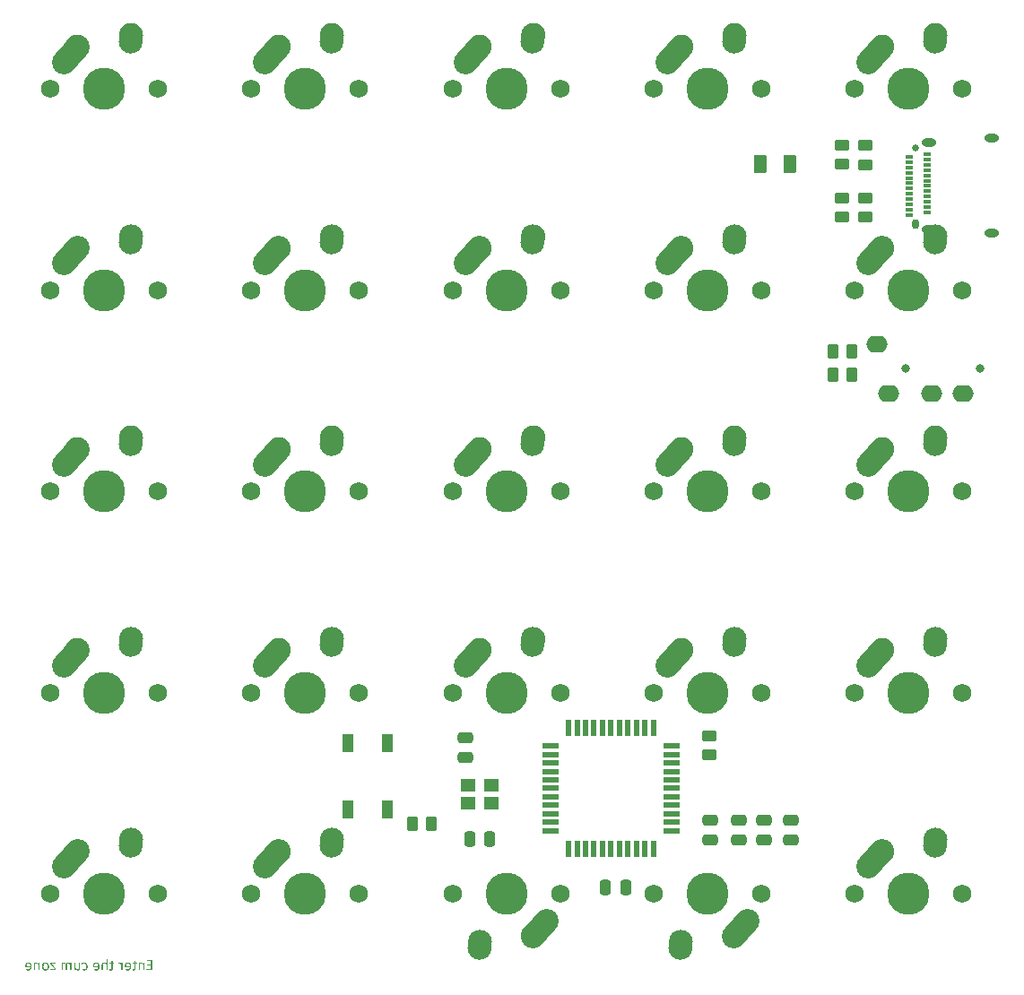
<source format=gbs>
%TF.GenerationSoftware,KiCad,Pcbnew,(7.0.0)*%
%TF.CreationDate,2023-03-14T21:06:17+08:00*%
%TF.ProjectId,kai_split_left,6b61695f-7370-46c6-9974-5f6c6566742e,rev?*%
%TF.SameCoordinates,Original*%
%TF.FileFunction,Soldermask,Bot*%
%TF.FilePolarity,Negative*%
%FSLAX46Y46*%
G04 Gerber Fmt 4.6, Leading zero omitted, Abs format (unit mm)*
G04 Created by KiCad (PCBNEW (7.0.0)) date 2023-03-14 21:06:17*
%MOMM*%
%LPD*%
G01*
G04 APERTURE LIST*
G04 Aperture macros list*
%AMRoundRect*
0 Rectangle with rounded corners*
0 $1 Rounding radius*
0 $2 $3 $4 $5 $6 $7 $8 $9 X,Y pos of 4 corners*
0 Add a 4 corners polygon primitive as box body*
4,1,4,$2,$3,$4,$5,$6,$7,$8,$9,$2,$3,0*
0 Add four circle primitives for the rounded corners*
1,1,$1+$1,$2,$3*
1,1,$1+$1,$4,$5*
1,1,$1+$1,$6,$7*
1,1,$1+$1,$8,$9*
0 Add four rect primitives between the rounded corners*
20,1,$1+$1,$2,$3,$4,$5,0*
20,1,$1+$1,$4,$5,$6,$7,0*
20,1,$1+$1,$6,$7,$8,$9,0*
20,1,$1+$1,$8,$9,$2,$3,0*%
%AMHorizOval*
0 Thick line with rounded ends*
0 $1 width*
0 $2 $3 position (X,Y) of the first rounded end (center of the circle)*
0 $4 $5 position (X,Y) of the second rounded end (center of the circle)*
0 Add line between two ends*
20,1,$1,$2,$3,$4,$5,0*
0 Add two circle primitives to create the rounded ends*
1,1,$1,$2,$3*
1,1,$1,$4,$5*%
G04 Aperture macros list end*
%ADD10C,0.150000*%
%ADD11C,1.750000*%
%ADD12C,3.987800*%
%ADD13HorizOval,2.250000X0.655001X0.730000X-0.655001X-0.730000X0*%
%ADD14C,2.250000*%
%ADD15HorizOval,2.250000X0.020000X0.290000X-0.020000X-0.290000X0*%
%ADD16C,0.800000*%
%ADD17O,2.000000X1.600000*%
%ADD18HorizOval,2.250000X-0.655001X-0.730000X0.655001X0.730000X0*%
%ADD19HorizOval,2.250000X-0.020000X-0.290000X0.020000X0.290000X0*%
%ADD20HorizOval,2.250000X0.020004X0.290000X-0.020004X-0.290000X0*%
%ADD21R,0.550000X1.500000*%
%ADD22R,1.500000X0.550000*%
%ADD23RoundRect,0.250000X0.450000X-0.262500X0.450000X0.262500X-0.450000X0.262500X-0.450000X-0.262500X0*%
%ADD24RoundRect,0.250000X-0.450000X0.262500X-0.450000X-0.262500X0.450000X-0.262500X0.450000X0.262500X0*%
%ADD25RoundRect,0.250000X0.475000X-0.250000X0.475000X0.250000X-0.475000X0.250000X-0.475000X-0.250000X0*%
%ADD26R,1.100000X1.800000*%
%ADD27RoundRect,0.250000X-0.475000X0.250000X-0.475000X-0.250000X0.475000X-0.250000X0.475000X0.250000X0*%
%ADD28RoundRect,0.250000X0.250000X0.475000X-0.250000X0.475000X-0.250000X-0.475000X0.250000X-0.475000X0*%
%ADD29RoundRect,0.250000X-0.262500X-0.450000X0.262500X-0.450000X0.262500X0.450000X-0.262500X0.450000X0*%
%ADD30R,1.400000X1.200000*%
%ADD31RoundRect,0.250000X0.262500X0.450000X-0.262500X0.450000X-0.262500X-0.450000X0.262500X-0.450000X0*%
%ADD32O,1.400000X0.800000*%
%ADD33R,0.700000X0.300000*%
%ADD34O,0.650000X0.950000*%
%ADD35C,0.650000*%
%ADD36RoundRect,0.250000X0.375000X0.625000X-0.375000X0.625000X-0.375000X-0.625000X0.375000X-0.625000X0*%
%ADD37RoundRect,0.250000X-0.250000X-0.475000X0.250000X-0.475000X0.250000X0.475000X-0.250000X0.475000X0*%
G04 APERTURE END LIST*
D10*
G36*
X35913857Y-114065475D02*
G01*
X35929244Y-114168546D01*
X36302936Y-114168546D01*
X36302936Y-114478246D01*
X35978093Y-114478246D01*
X35978093Y-114581316D01*
X36302936Y-114581316D01*
X36302936Y-114915929D01*
X35902622Y-114915929D01*
X35902622Y-115019000D01*
X36436048Y-115019000D01*
X36436048Y-114065475D01*
X35913857Y-114065475D01*
G37*
G36*
X35361136Y-114268685D02*
G01*
X35348699Y-114268919D01*
X35336608Y-114269620D01*
X35324863Y-114270789D01*
X35313462Y-114272425D01*
X35302408Y-114274529D01*
X35291698Y-114277100D01*
X35281334Y-114280139D01*
X35271315Y-114283645D01*
X35261642Y-114287619D01*
X35252314Y-114292060D01*
X35243331Y-114296969D01*
X35234694Y-114302345D01*
X35226402Y-114308189D01*
X35218456Y-114314500D01*
X35210855Y-114321279D01*
X35203599Y-114328525D01*
X35196737Y-114336180D01*
X35190318Y-114344183D01*
X35184342Y-114352536D01*
X35178808Y-114361238D01*
X35173717Y-114370290D01*
X35169069Y-114379690D01*
X35164864Y-114389440D01*
X35161101Y-114399539D01*
X35157781Y-114409987D01*
X35154903Y-114420784D01*
X35152468Y-114431930D01*
X35150476Y-114443426D01*
X35148927Y-114455271D01*
X35147820Y-114467465D01*
X35147156Y-114480008D01*
X35146935Y-114492900D01*
X35146935Y-115019000D01*
X35275651Y-115019000D01*
X35275651Y-114513173D01*
X35275910Y-114499013D01*
X35276690Y-114485661D01*
X35277988Y-114473116D01*
X35279807Y-114461378D01*
X35282144Y-114450447D01*
X35285001Y-114440323D01*
X35288378Y-114431007D01*
X35293689Y-114419840D01*
X35299922Y-114410109D01*
X35305204Y-114403752D01*
X35312970Y-114396253D01*
X35321614Y-114389754D01*
X35331136Y-114384254D01*
X35341535Y-114379755D01*
X35352812Y-114376255D01*
X35364967Y-114373756D01*
X35378000Y-114372256D01*
X35388350Y-114371787D01*
X35391910Y-114371756D01*
X35402825Y-114372061D01*
X35413494Y-114372975D01*
X35423919Y-114374499D01*
X35434099Y-114376633D01*
X35444035Y-114379377D01*
X35453726Y-114382730D01*
X35463172Y-114386692D01*
X35472373Y-114391265D01*
X35481330Y-114396447D01*
X35490041Y-114402239D01*
X35495713Y-114406438D01*
X35504045Y-114413208D01*
X35512277Y-114420509D01*
X35520411Y-114428343D01*
X35528446Y-114436709D01*
X35536382Y-114445608D01*
X35544219Y-114455039D01*
X35551958Y-114465002D01*
X35559598Y-114475498D01*
X35567139Y-114486526D01*
X35574582Y-114498087D01*
X35579489Y-114506090D01*
X35579489Y-115019000D01*
X35708205Y-115019000D01*
X35708205Y-114284317D01*
X35597807Y-114284317D01*
X35586572Y-114403508D01*
X35579035Y-114391931D01*
X35571173Y-114380830D01*
X35562984Y-114370206D01*
X35554469Y-114360059D01*
X35545628Y-114350388D01*
X35536460Y-114341194D01*
X35526966Y-114332477D01*
X35517146Y-114324235D01*
X35506999Y-114316471D01*
X35496526Y-114309183D01*
X35489363Y-114304589D01*
X35478359Y-114298173D01*
X35467144Y-114292388D01*
X35455718Y-114287233D01*
X35444083Y-114282710D01*
X35432237Y-114278818D01*
X35420180Y-114275558D01*
X35407914Y-114272928D01*
X35395436Y-114270929D01*
X35382749Y-114269562D01*
X35369851Y-114268826D01*
X35361136Y-114268685D01*
G37*
G36*
X34516300Y-114985782D02*
G01*
X34525474Y-114991698D01*
X34534801Y-114997231D01*
X34544281Y-115002383D01*
X34553913Y-115007154D01*
X34563698Y-115011542D01*
X34573636Y-115015550D01*
X34583726Y-115019175D01*
X34593969Y-115022419D01*
X34604364Y-115025281D01*
X34614913Y-115027762D01*
X34625614Y-115029861D01*
X34636467Y-115031578D01*
X34647473Y-115032914D01*
X34658632Y-115033868D01*
X34669944Y-115034440D01*
X34681408Y-115034631D01*
X34692970Y-115034423D01*
X34704210Y-115033799D01*
X34715128Y-115032759D01*
X34725723Y-115031303D01*
X34735995Y-115029431D01*
X34745945Y-115027143D01*
X34755573Y-115024440D01*
X34764878Y-115021320D01*
X34778231Y-115015860D01*
X34790858Y-115009464D01*
X34802760Y-115002133D01*
X34813936Y-114993865D01*
X34824387Y-114984662D01*
X34827709Y-114981386D01*
X34837094Y-114970984D01*
X34845555Y-114959745D01*
X34853094Y-114947668D01*
X34859709Y-114934755D01*
X34863606Y-114925681D01*
X34867093Y-114916234D01*
X34870170Y-114906416D01*
X34872837Y-114896225D01*
X34875093Y-114885663D01*
X34876939Y-114874728D01*
X34878375Y-114863422D01*
X34879401Y-114851743D01*
X34880016Y-114839692D01*
X34880221Y-114827269D01*
X34880221Y-114387387D01*
X35008937Y-114387387D01*
X35008937Y-114284317D01*
X34880221Y-114284317D01*
X34880221Y-114118720D01*
X34751505Y-114103333D01*
X34751505Y-114284317D01*
X34576383Y-114284317D01*
X34590549Y-114387387D01*
X34751505Y-114387387D01*
X34751505Y-114823361D01*
X34751327Y-114833757D01*
X34750793Y-114843603D01*
X34749526Y-114855876D01*
X34747625Y-114867172D01*
X34745091Y-114877491D01*
X34741924Y-114886834D01*
X34737073Y-114897138D01*
X34731233Y-114905915D01*
X34724166Y-114913303D01*
X34715787Y-114919439D01*
X34706096Y-114924323D01*
X34695093Y-114927954D01*
X34685346Y-114929958D01*
X34674760Y-114931160D01*
X34663334Y-114931561D01*
X34652289Y-114931110D01*
X34640894Y-114929759D01*
X34629147Y-114927508D01*
X34617050Y-114924355D01*
X34604601Y-114920302D01*
X34595034Y-114916672D01*
X34585270Y-114912534D01*
X34575308Y-114907890D01*
X34565148Y-114902740D01*
X34516300Y-114985782D01*
G37*
G36*
X34163273Y-114268881D02*
G01*
X34174711Y-114269468D01*
X34185957Y-114270446D01*
X34197013Y-114271815D01*
X34207878Y-114273575D01*
X34218552Y-114275727D01*
X34229036Y-114278269D01*
X34239328Y-114281203D01*
X34249430Y-114284528D01*
X34259341Y-114288244D01*
X34269061Y-114292351D01*
X34278590Y-114296850D01*
X34287929Y-114301739D01*
X34297076Y-114307020D01*
X34306033Y-114312692D01*
X34314799Y-114318755D01*
X34323314Y-114325164D01*
X34331579Y-114331872D01*
X34339595Y-114338880D01*
X34347360Y-114346187D01*
X34354875Y-114353794D01*
X34362140Y-114361700D01*
X34369156Y-114369906D01*
X34375921Y-114378412D01*
X34382436Y-114387217D01*
X34388702Y-114396321D01*
X34394717Y-114405726D01*
X34400483Y-114415430D01*
X34405998Y-114425433D01*
X34411264Y-114435736D01*
X34416279Y-114446339D01*
X34421045Y-114457241D01*
X34425540Y-114468363D01*
X34429746Y-114479685D01*
X34433662Y-114491207D01*
X34437287Y-114502930D01*
X34440622Y-114514853D01*
X34443668Y-114526976D01*
X34446423Y-114539300D01*
X34448889Y-114551824D01*
X34451064Y-114564548D01*
X34452949Y-114577473D01*
X34454544Y-114590599D01*
X34455849Y-114603924D01*
X34456865Y-114617450D01*
X34457590Y-114631176D01*
X34458025Y-114645103D01*
X34458170Y-114659230D01*
X34458086Y-114670102D01*
X34457834Y-114680827D01*
X34457414Y-114691406D01*
X34456826Y-114701839D01*
X34456071Y-114712125D01*
X34455147Y-114722264D01*
X34454056Y-114732258D01*
X34452796Y-114742104D01*
X34449774Y-114761359D01*
X34446080Y-114780027D01*
X34441714Y-114798110D01*
X34436676Y-114815606D01*
X34430967Y-114832517D01*
X34424586Y-114848842D01*
X34417534Y-114864582D01*
X34409810Y-114879735D01*
X34401414Y-114894303D01*
X34392346Y-114908285D01*
X34382607Y-114921681D01*
X34372196Y-114934491D01*
X34361155Y-114946618D01*
X34349585Y-114957962D01*
X34337486Y-114968523D01*
X34324859Y-114978303D01*
X34311703Y-114987299D01*
X34298019Y-114995514D01*
X34283806Y-115002946D01*
X34269065Y-115009596D01*
X34253795Y-115015464D01*
X34237996Y-115020549D01*
X34221669Y-115024852D01*
X34204814Y-115028372D01*
X34187429Y-115031111D01*
X34169517Y-115033066D01*
X34151075Y-115034240D01*
X34132106Y-115034631D01*
X34114698Y-115034277D01*
X34097465Y-115033215D01*
X34080405Y-115031445D01*
X34063519Y-115028968D01*
X34046807Y-115025782D01*
X34030268Y-115021888D01*
X34013903Y-115017287D01*
X33997711Y-115011978D01*
X33981693Y-115005960D01*
X33965849Y-114999235D01*
X33950178Y-114991802D01*
X33934681Y-114983661D01*
X33919358Y-114974812D01*
X33904208Y-114965255D01*
X33889232Y-114954990D01*
X33874429Y-114944017D01*
X33930361Y-114868546D01*
X33933425Y-114870589D01*
X33942569Y-114876511D01*
X33951640Y-114882118D01*
X33960639Y-114887413D01*
X33969564Y-114892394D01*
X33978416Y-114897061D01*
X33990105Y-114902797D01*
X34001665Y-114907976D01*
X34013094Y-114912597D01*
X34024394Y-114916662D01*
X34027196Y-114917578D01*
X34038571Y-114920954D01*
X34050212Y-114923864D01*
X34062121Y-114926308D01*
X34074297Y-114928287D01*
X34086740Y-114929800D01*
X34099450Y-114930848D01*
X34112428Y-114931430D01*
X34122336Y-114931561D01*
X34132718Y-114931341D01*
X34142860Y-114930683D01*
X34152761Y-114929586D01*
X34162422Y-114928050D01*
X34176463Y-114924923D01*
X34189963Y-114920808D01*
X34202921Y-114915706D01*
X34215339Y-114909617D01*
X34227216Y-114902540D01*
X34238552Y-114894476D01*
X34249346Y-114885424D01*
X34259600Y-114875385D01*
X34266052Y-114868117D01*
X34272156Y-114860356D01*
X34277913Y-114852103D01*
X34283322Y-114843358D01*
X34288385Y-114834121D01*
X34293100Y-114824391D01*
X34297468Y-114814169D01*
X34301488Y-114803455D01*
X34305161Y-114792249D01*
X34308487Y-114780550D01*
X34311466Y-114768359D01*
X34314097Y-114755675D01*
X34316381Y-114742499D01*
X34318318Y-114728831D01*
X34319907Y-114714671D01*
X34321150Y-114700018D01*
X33850738Y-114700018D01*
X33850383Y-114695811D01*
X33849596Y-114685342D01*
X33848952Y-114674945D01*
X33848451Y-114664620D01*
X33848093Y-114654366D01*
X33847878Y-114644184D01*
X33847807Y-114634073D01*
X33847883Y-114623429D01*
X33848113Y-114612931D01*
X33848496Y-114602579D01*
X33848792Y-114596948D01*
X33975302Y-114596948D01*
X34321150Y-114596948D01*
X34320124Y-114583093D01*
X34318817Y-114569679D01*
X34317229Y-114556704D01*
X34315360Y-114544169D01*
X34313210Y-114532073D01*
X34310780Y-114520418D01*
X34308068Y-114509202D01*
X34305075Y-114498426D01*
X34301802Y-114488090D01*
X34298247Y-114478194D01*
X34294411Y-114468738D01*
X34290295Y-114459722D01*
X34281219Y-114443008D01*
X34271019Y-114428054D01*
X34259695Y-114414859D01*
X34247247Y-114403424D01*
X34233675Y-114393747D01*
X34218980Y-114385830D01*
X34203160Y-114379673D01*
X34186217Y-114375275D01*
X34168150Y-114372636D01*
X34148958Y-114371756D01*
X34138260Y-114371973D01*
X34127904Y-114372626D01*
X34117889Y-114373714D01*
X34108216Y-114375236D01*
X34094346Y-114378336D01*
X34081245Y-114382415D01*
X34068912Y-114387472D01*
X34057348Y-114393509D01*
X34046553Y-114400524D01*
X34036526Y-114408518D01*
X34027267Y-114417491D01*
X34018777Y-114427443D01*
X34016102Y-114430958D01*
X34008587Y-114442094D01*
X34001837Y-114454119D01*
X33995851Y-114467033D01*
X33992284Y-114476135D01*
X33989057Y-114485633D01*
X33986170Y-114495526D01*
X33983623Y-114505814D01*
X33981415Y-114516497D01*
X33979547Y-114527574D01*
X33978019Y-114539047D01*
X33976830Y-114550915D01*
X33975981Y-114563177D01*
X33975471Y-114575835D01*
X33975302Y-114588888D01*
X33975302Y-114596948D01*
X33848792Y-114596948D01*
X33849032Y-114592372D01*
X33849721Y-114582311D01*
X33850563Y-114572395D01*
X33852707Y-114552999D01*
X33855463Y-114534186D01*
X33858832Y-114515955D01*
X33862814Y-114498305D01*
X33867407Y-114481238D01*
X33872614Y-114464752D01*
X33878433Y-114448849D01*
X33884864Y-114433527D01*
X33891908Y-114418788D01*
X33899564Y-114404630D01*
X33907833Y-114391055D01*
X33916715Y-114378061D01*
X33926209Y-114365650D01*
X33936277Y-114353908D01*
X33946882Y-114342924D01*
X33958022Y-114332697D01*
X33969699Y-114323228D01*
X33981912Y-114314516D01*
X33994662Y-114306562D01*
X34007947Y-114299366D01*
X34021769Y-114292927D01*
X34036127Y-114287245D01*
X34051021Y-114282321D01*
X34066451Y-114278155D01*
X34082417Y-114274746D01*
X34098920Y-114272094D01*
X34115959Y-114270201D01*
X34133534Y-114269064D01*
X34151645Y-114268685D01*
X34163273Y-114268881D01*
G37*
G36*
X33321464Y-114268685D02*
G01*
X33309318Y-114268882D01*
X33297459Y-114269473D01*
X33285886Y-114270456D01*
X33274599Y-114271834D01*
X33263599Y-114273605D01*
X33252885Y-114275769D01*
X33248679Y-114276745D01*
X33272371Y-114402042D01*
X33282832Y-114399650D01*
X33293150Y-114397663D01*
X33303326Y-114396081D01*
X33313358Y-114394906D01*
X33323247Y-114394135D01*
X33334925Y-114393746D01*
X33336851Y-114393738D01*
X33349485Y-114394180D01*
X33361652Y-114395507D01*
X33373351Y-114397718D01*
X33384581Y-114400813D01*
X33395344Y-114404793D01*
X33405639Y-114409657D01*
X33415465Y-114415406D01*
X33424824Y-114422039D01*
X33433715Y-114429557D01*
X33442138Y-114437959D01*
X33447493Y-114444052D01*
X33455209Y-114453929D01*
X33462603Y-114464786D01*
X33469674Y-114476621D01*
X33476424Y-114489435D01*
X33480745Y-114498522D01*
X33484923Y-114508043D01*
X33488958Y-114518000D01*
X33492850Y-114528392D01*
X33496598Y-114539219D01*
X33500204Y-114550481D01*
X33503666Y-114562178D01*
X33506985Y-114574310D01*
X33510161Y-114586877D01*
X33513194Y-114599879D01*
X33513194Y-115019000D01*
X33641910Y-115019000D01*
X33641910Y-114284317D01*
X33531512Y-114284317D01*
X33518812Y-114434282D01*
X33515066Y-114424181D01*
X33511156Y-114414395D01*
X33507082Y-114404924D01*
X33502844Y-114395768D01*
X33498442Y-114386927D01*
X33491531Y-114374255D01*
X33484251Y-114362292D01*
X33476602Y-114351037D01*
X33468584Y-114340490D01*
X33460196Y-114330652D01*
X33451439Y-114321522D01*
X33442313Y-114313101D01*
X33439189Y-114310451D01*
X33429563Y-114302987D01*
X33419645Y-114296257D01*
X33409436Y-114290262D01*
X33398934Y-114285000D01*
X33388141Y-114280473D01*
X33377056Y-114276680D01*
X33365678Y-114273621D01*
X33354009Y-114271296D01*
X33342048Y-114269705D01*
X33329795Y-114268849D01*
X33321464Y-114268685D01*
G37*
G36*
X32359147Y-114985782D02*
G01*
X32368321Y-114991698D01*
X32377648Y-114997231D01*
X32387128Y-115002383D01*
X32396760Y-115007154D01*
X32406545Y-115011542D01*
X32416483Y-115015550D01*
X32426573Y-115019175D01*
X32436816Y-115022419D01*
X32447212Y-115025281D01*
X32457760Y-115027762D01*
X32468461Y-115029861D01*
X32479314Y-115031578D01*
X32490320Y-115032914D01*
X32501479Y-115033868D01*
X32512791Y-115034440D01*
X32524255Y-115034631D01*
X32535817Y-115034423D01*
X32547057Y-115033799D01*
X32557975Y-115032759D01*
X32568570Y-115031303D01*
X32578842Y-115029431D01*
X32588792Y-115027143D01*
X32598420Y-115024440D01*
X32607725Y-115021320D01*
X32621078Y-115015860D01*
X32633705Y-115009464D01*
X32645607Y-115002133D01*
X32656783Y-114993865D01*
X32667234Y-114984662D01*
X32670556Y-114981386D01*
X32679941Y-114970984D01*
X32688402Y-114959745D01*
X32695941Y-114947668D01*
X32702556Y-114934755D01*
X32706453Y-114925681D01*
X32709941Y-114916234D01*
X32713017Y-114906416D01*
X32715684Y-114896225D01*
X32717940Y-114885663D01*
X32719787Y-114874728D01*
X32721222Y-114863422D01*
X32722248Y-114851743D01*
X32722863Y-114839692D01*
X32723069Y-114827269D01*
X32723069Y-114387387D01*
X32851785Y-114387387D01*
X32851785Y-114284317D01*
X32723069Y-114284317D01*
X32723069Y-114118720D01*
X32594353Y-114103333D01*
X32594353Y-114284317D01*
X32419230Y-114284317D01*
X32433397Y-114387387D01*
X32594353Y-114387387D01*
X32594353Y-114823361D01*
X32594174Y-114833757D01*
X32593640Y-114843603D01*
X32592373Y-114855876D01*
X32590472Y-114867172D01*
X32587938Y-114877491D01*
X32584771Y-114886834D01*
X32579921Y-114897138D01*
X32574080Y-114905915D01*
X32567013Y-114913303D01*
X32558634Y-114919439D01*
X32548943Y-114924323D01*
X32537940Y-114927954D01*
X32528193Y-114929958D01*
X32517607Y-114931160D01*
X32506181Y-114931561D01*
X32495137Y-114931110D01*
X32483741Y-114929759D01*
X32471995Y-114927508D01*
X32459897Y-114924355D01*
X32447448Y-114920302D01*
X32437881Y-114916672D01*
X32428117Y-114912534D01*
X32418155Y-114907890D01*
X32407995Y-114902740D01*
X32359147Y-114985782D01*
G37*
G36*
X31879210Y-114268685D02*
G01*
X31866773Y-114268919D01*
X31854682Y-114269620D01*
X31842937Y-114270789D01*
X31831536Y-114272425D01*
X31820482Y-114274529D01*
X31809772Y-114277100D01*
X31799408Y-114280139D01*
X31789389Y-114283645D01*
X31779716Y-114287619D01*
X31770388Y-114292060D01*
X31761405Y-114296969D01*
X31752768Y-114302345D01*
X31744476Y-114308189D01*
X31736530Y-114314500D01*
X31728929Y-114321279D01*
X31721673Y-114328525D01*
X31714811Y-114336180D01*
X31708392Y-114344183D01*
X31702416Y-114352536D01*
X31696882Y-114361238D01*
X31691791Y-114370290D01*
X31687143Y-114379690D01*
X31682938Y-114389440D01*
X31679175Y-114399539D01*
X31675854Y-114409987D01*
X31672977Y-114420784D01*
X31670542Y-114431930D01*
X31668550Y-114443426D01*
X31667001Y-114455271D01*
X31665894Y-114467465D01*
X31665230Y-114480008D01*
X31665009Y-114492900D01*
X31665009Y-115019000D01*
X31793725Y-115019000D01*
X31793725Y-114513173D01*
X31793991Y-114499013D01*
X31794789Y-114485661D01*
X31796120Y-114473116D01*
X31797984Y-114461378D01*
X31800379Y-114450447D01*
X31803307Y-114440323D01*
X31806768Y-114431007D01*
X31812210Y-114419840D01*
X31818598Y-114410109D01*
X31824011Y-114403752D01*
X31831949Y-114396253D01*
X31840741Y-114389754D01*
X31850389Y-114384254D01*
X31860891Y-114379755D01*
X31872249Y-114376255D01*
X31884461Y-114373756D01*
X31894181Y-114372537D01*
X31904382Y-114371881D01*
X31911450Y-114371756D01*
X31922102Y-114372061D01*
X31932536Y-114372975D01*
X31942750Y-114374499D01*
X31952746Y-114376633D01*
X31962522Y-114379377D01*
X31972080Y-114382730D01*
X31981419Y-114386692D01*
X31990538Y-114391265D01*
X31999439Y-114396447D01*
X32008121Y-114402239D01*
X32013787Y-114406438D01*
X32022119Y-114413197D01*
X32030351Y-114420466D01*
X32038485Y-114428246D01*
X32046520Y-114436538D01*
X32054456Y-114445340D01*
X32062293Y-114454653D01*
X32070032Y-114464476D01*
X32077672Y-114474811D01*
X32085213Y-114485657D01*
X32092656Y-114497013D01*
X32097563Y-114504868D01*
X32097563Y-115019000D01*
X32226279Y-115019000D01*
X32226279Y-113991958D01*
X32097563Y-113977792D01*
X32097563Y-114396669D01*
X32086549Y-114381171D01*
X32075184Y-114366673D01*
X32063468Y-114353174D01*
X32051401Y-114340676D01*
X32038983Y-114329178D01*
X32026213Y-114318679D01*
X32013093Y-114309180D01*
X31999621Y-114300681D01*
X31985799Y-114293182D01*
X31971625Y-114286683D01*
X31957100Y-114281184D01*
X31942224Y-114276684D01*
X31926997Y-114273185D01*
X31911419Y-114270685D01*
X31895490Y-114269185D01*
X31879210Y-114268685D01*
G37*
G36*
X31164948Y-114268881D02*
G01*
X31176385Y-114269468D01*
X31187632Y-114270446D01*
X31198688Y-114271815D01*
X31209553Y-114273575D01*
X31220227Y-114275727D01*
X31230710Y-114278269D01*
X31241003Y-114281203D01*
X31251105Y-114284528D01*
X31261016Y-114288244D01*
X31270736Y-114292351D01*
X31280265Y-114296850D01*
X31289603Y-114301739D01*
X31298751Y-114307020D01*
X31307708Y-114312692D01*
X31316474Y-114318755D01*
X31324989Y-114325164D01*
X31333254Y-114331872D01*
X31341269Y-114338880D01*
X31349035Y-114346187D01*
X31356550Y-114353794D01*
X31363815Y-114361700D01*
X31370830Y-114369906D01*
X31377596Y-114378412D01*
X31384111Y-114387217D01*
X31390377Y-114396321D01*
X31396392Y-114405726D01*
X31402157Y-114415430D01*
X31407673Y-114425433D01*
X31412939Y-114435736D01*
X31417954Y-114446339D01*
X31422720Y-114457241D01*
X31427215Y-114468363D01*
X31431421Y-114479685D01*
X31435336Y-114491207D01*
X31438962Y-114502930D01*
X31442297Y-114514853D01*
X31445343Y-114526976D01*
X31448098Y-114539300D01*
X31450563Y-114551824D01*
X31452739Y-114564548D01*
X31454624Y-114577473D01*
X31456219Y-114590599D01*
X31457524Y-114603924D01*
X31458539Y-114617450D01*
X31459265Y-114631176D01*
X31459700Y-114645103D01*
X31459845Y-114659230D01*
X31459761Y-114670102D01*
X31459509Y-114680827D01*
X31459089Y-114691406D01*
X31458501Y-114701839D01*
X31457746Y-114712125D01*
X31456822Y-114722264D01*
X31455731Y-114732258D01*
X31454471Y-114742104D01*
X31451449Y-114761359D01*
X31447755Y-114780027D01*
X31443389Y-114798110D01*
X31438351Y-114815606D01*
X31432642Y-114832517D01*
X31426261Y-114848842D01*
X31419209Y-114864582D01*
X31411484Y-114879735D01*
X31403089Y-114894303D01*
X31394021Y-114908285D01*
X31384282Y-114921681D01*
X31373871Y-114934491D01*
X31362830Y-114946618D01*
X31351260Y-114957962D01*
X31339161Y-114968523D01*
X31326534Y-114978303D01*
X31313378Y-114987299D01*
X31299694Y-114995514D01*
X31285481Y-115002946D01*
X31270740Y-115009596D01*
X31255470Y-115015464D01*
X31239671Y-115020549D01*
X31223344Y-115024852D01*
X31206488Y-115028372D01*
X31189104Y-115031111D01*
X31171192Y-115033066D01*
X31152750Y-115034240D01*
X31133780Y-115034631D01*
X31116373Y-115034277D01*
X31099140Y-115033215D01*
X31082080Y-115031445D01*
X31065194Y-115028968D01*
X31048481Y-115025782D01*
X31031943Y-115021888D01*
X31015577Y-115017287D01*
X30999386Y-115011978D01*
X30983368Y-115005960D01*
X30967524Y-114999235D01*
X30951853Y-114991802D01*
X30936356Y-114983661D01*
X30921032Y-114974812D01*
X30905883Y-114965255D01*
X30890907Y-114954990D01*
X30876104Y-114944017D01*
X30932036Y-114868546D01*
X30935100Y-114870589D01*
X30944244Y-114876511D01*
X30953315Y-114882118D01*
X30962313Y-114887413D01*
X30971238Y-114892394D01*
X30980091Y-114897061D01*
X30991780Y-114902797D01*
X31003339Y-114907976D01*
X31014769Y-114912597D01*
X31026069Y-114916662D01*
X31028871Y-114917578D01*
X31040246Y-114920954D01*
X31051887Y-114923864D01*
X31063796Y-114926308D01*
X31075972Y-114928287D01*
X31088415Y-114929800D01*
X31101125Y-114930848D01*
X31114102Y-114931430D01*
X31124011Y-114931561D01*
X31134393Y-114931341D01*
X31144535Y-114930683D01*
X31154436Y-114929586D01*
X31164097Y-114928050D01*
X31178138Y-114924923D01*
X31191637Y-114920808D01*
X31204596Y-114915706D01*
X31217014Y-114909617D01*
X31228891Y-114902540D01*
X31240226Y-114894476D01*
X31251021Y-114885424D01*
X31261275Y-114875385D01*
X31267727Y-114868117D01*
X31273831Y-114860356D01*
X31279588Y-114852103D01*
X31284997Y-114843358D01*
X31290060Y-114834121D01*
X31294775Y-114824391D01*
X31299142Y-114814169D01*
X31303163Y-114803455D01*
X31306836Y-114792249D01*
X31310162Y-114780550D01*
X31313140Y-114768359D01*
X31315772Y-114755675D01*
X31318056Y-114742499D01*
X31319993Y-114728831D01*
X31321582Y-114714671D01*
X31322824Y-114700018D01*
X30852413Y-114700018D01*
X30852058Y-114695811D01*
X30851271Y-114685342D01*
X30850627Y-114674945D01*
X30850126Y-114664620D01*
X30849768Y-114654366D01*
X30849553Y-114644184D01*
X30849482Y-114634073D01*
X30849558Y-114623429D01*
X30849788Y-114612931D01*
X30850171Y-114602579D01*
X30850467Y-114596948D01*
X30976976Y-114596948D01*
X31322824Y-114596948D01*
X31321798Y-114583093D01*
X31320492Y-114569679D01*
X31318904Y-114556704D01*
X31317035Y-114544169D01*
X31314885Y-114532073D01*
X31312455Y-114520418D01*
X31309743Y-114509202D01*
X31306750Y-114498426D01*
X31303476Y-114488090D01*
X31299922Y-114478194D01*
X31296086Y-114468738D01*
X31291970Y-114459722D01*
X31282893Y-114443008D01*
X31272693Y-114428054D01*
X31261370Y-114414859D01*
X31248922Y-114403424D01*
X31235350Y-114393747D01*
X31220655Y-114385830D01*
X31204835Y-114379673D01*
X31187892Y-114375275D01*
X31169824Y-114372636D01*
X31150633Y-114371756D01*
X31139935Y-114371973D01*
X31129579Y-114372626D01*
X31119564Y-114373714D01*
X31109890Y-114375236D01*
X31096021Y-114378336D01*
X31082920Y-114382415D01*
X31070587Y-114387472D01*
X31059023Y-114393509D01*
X31048227Y-114400524D01*
X31038200Y-114408518D01*
X31028942Y-114417491D01*
X31020452Y-114427443D01*
X31017777Y-114430958D01*
X31010262Y-114442094D01*
X31003512Y-114454119D01*
X30997525Y-114467033D01*
X30993959Y-114476135D01*
X30990732Y-114485633D01*
X30987845Y-114495526D01*
X30985298Y-114505814D01*
X30983090Y-114516497D01*
X30981222Y-114527574D01*
X30979694Y-114539047D01*
X30978505Y-114550915D01*
X30977656Y-114563177D01*
X30977146Y-114575835D01*
X30976976Y-114588888D01*
X30976976Y-114596948D01*
X30850467Y-114596948D01*
X30850707Y-114592372D01*
X30851396Y-114582311D01*
X30852238Y-114572395D01*
X30854382Y-114552999D01*
X30857138Y-114534186D01*
X30860507Y-114515955D01*
X30864488Y-114498305D01*
X30869082Y-114481238D01*
X30874289Y-114464752D01*
X30880107Y-114448849D01*
X30886539Y-114433527D01*
X30893583Y-114418788D01*
X30901239Y-114404630D01*
X30909508Y-114391055D01*
X30918390Y-114378061D01*
X30927884Y-114365650D01*
X30937952Y-114353908D01*
X30948557Y-114342924D01*
X30959697Y-114332697D01*
X30971374Y-114323228D01*
X30983587Y-114314516D01*
X30996337Y-114306562D01*
X31009622Y-114299366D01*
X31023444Y-114292927D01*
X31037802Y-114287245D01*
X31052696Y-114282321D01*
X31068126Y-114278155D01*
X31084092Y-114274746D01*
X31100595Y-114272094D01*
X31117634Y-114270201D01*
X31135209Y-114269064D01*
X31153320Y-114268685D01*
X31164948Y-114268881D01*
G37*
G36*
X30004646Y-114268685D02*
G01*
X29992423Y-114268846D01*
X29980394Y-114269329D01*
X29968558Y-114270134D01*
X29956915Y-114271261D01*
X29945466Y-114272710D01*
X29934209Y-114274481D01*
X29923146Y-114276574D01*
X29912276Y-114278989D01*
X29901599Y-114281726D01*
X29891116Y-114284785D01*
X29884234Y-114287004D01*
X29874014Y-114290636D01*
X29863872Y-114294663D01*
X29853807Y-114299085D01*
X29843819Y-114303902D01*
X29833909Y-114309114D01*
X29824076Y-114314721D01*
X29814320Y-114320724D01*
X29804641Y-114327121D01*
X29795040Y-114333913D01*
X29785516Y-114341100D01*
X29779210Y-114346110D01*
X29840759Y-114433061D01*
X29850555Y-114425444D01*
X29860283Y-114418345D01*
X29869942Y-114411766D01*
X29879532Y-114405706D01*
X29889054Y-114400164D01*
X29898507Y-114395142D01*
X29907891Y-114390639D01*
X29917207Y-114386655D01*
X29926606Y-114383163D01*
X29936242Y-114380137D01*
X29946115Y-114377576D01*
X29956225Y-114375481D01*
X29966571Y-114373851D01*
X29977153Y-114372687D01*
X29987972Y-114371989D01*
X29999028Y-114371756D01*
X30010077Y-114372037D01*
X30020815Y-114372882D01*
X30031242Y-114374289D01*
X30041358Y-114376259D01*
X30051163Y-114378792D01*
X30060657Y-114381888D01*
X30069840Y-114385547D01*
X30078712Y-114389769D01*
X30087273Y-114394554D01*
X30095523Y-114399901D01*
X30103462Y-114405812D01*
X30111090Y-114412285D01*
X30118407Y-114419321D01*
X30125412Y-114426920D01*
X30132107Y-114435083D01*
X30138491Y-114443808D01*
X30144495Y-114453054D01*
X30150111Y-114462839D01*
X30155341Y-114473165D01*
X30160183Y-114484031D01*
X30164637Y-114495437D01*
X30168704Y-114507383D01*
X30172384Y-114519869D01*
X30175677Y-114532895D01*
X30178582Y-114546461D01*
X30181100Y-114560567D01*
X30183230Y-114575213D01*
X30184973Y-114590399D01*
X30186329Y-114606125D01*
X30187297Y-114622391D01*
X30187878Y-114639197D01*
X30188072Y-114656543D01*
X30187881Y-114673900D01*
X30187309Y-114690676D01*
X30186355Y-114706872D01*
X30185019Y-114722489D01*
X30183302Y-114737525D01*
X30181203Y-114751981D01*
X30178722Y-114765857D01*
X30175860Y-114779153D01*
X30172616Y-114791869D01*
X30168991Y-114804005D01*
X30164983Y-114815560D01*
X30160595Y-114826536D01*
X30155824Y-114836932D01*
X30150672Y-114846747D01*
X30145139Y-114855983D01*
X30139224Y-114864638D01*
X30132923Y-114872742D01*
X30126294Y-114880323D01*
X30119337Y-114887381D01*
X30112051Y-114893917D01*
X30100508Y-114902739D01*
X30088226Y-114910386D01*
X30075206Y-114916856D01*
X30066116Y-114920516D01*
X30056697Y-114923653D01*
X30046950Y-114926267D01*
X30036875Y-114928358D01*
X30026472Y-114929927D01*
X30015741Y-114930972D01*
X30004681Y-114931495D01*
X29999028Y-114931561D01*
X29988270Y-114931354D01*
X29977733Y-114930736D01*
X29967418Y-114929706D01*
X29957324Y-114928263D01*
X29947451Y-114926409D01*
X29937799Y-114924142D01*
X29928369Y-114921463D01*
X29919161Y-114918371D01*
X29909933Y-114914765D01*
X29900446Y-114910663D01*
X29890699Y-114906064D01*
X29880692Y-114900969D01*
X29870427Y-114895378D01*
X29859901Y-114889291D01*
X29849116Y-114882708D01*
X29840857Y-114877445D01*
X29838072Y-114875629D01*
X29779210Y-114958916D01*
X29791911Y-114968084D01*
X29804798Y-114976662D01*
X29817870Y-114984647D01*
X29831126Y-114992041D01*
X29844568Y-114998844D01*
X29858195Y-115005055D01*
X29872008Y-115010674D01*
X29886005Y-115015702D01*
X29900187Y-115020139D01*
X29914554Y-115023984D01*
X29929107Y-115027237D01*
X29943844Y-115029899D01*
X29958767Y-115031969D01*
X29973875Y-115033448D01*
X29989168Y-115034335D01*
X30004646Y-115034631D01*
X30023113Y-115034240D01*
X30041084Y-115033066D01*
X30058558Y-115031111D01*
X30075537Y-115028372D01*
X30092020Y-115024852D01*
X30108006Y-115020549D01*
X30123497Y-115015464D01*
X30138491Y-115009596D01*
X30152989Y-115002946D01*
X30166991Y-114995514D01*
X30180497Y-114987299D01*
X30193506Y-114978303D01*
X30206020Y-114968523D01*
X30218038Y-114957962D01*
X30229559Y-114946618D01*
X30240584Y-114934491D01*
X30250995Y-114921676D01*
X30260734Y-114908266D01*
X30269802Y-114894260D01*
X30278198Y-114879659D01*
X30285922Y-114864462D01*
X30292974Y-114848671D01*
X30299355Y-114832283D01*
X30305064Y-114815301D01*
X30310102Y-114797723D01*
X30314468Y-114779550D01*
X30318162Y-114760781D01*
X30321184Y-114741418D01*
X30322444Y-114731512D01*
X30323535Y-114721458D01*
X30324459Y-114711255D01*
X30325214Y-114700904D01*
X30325802Y-114690403D01*
X30326222Y-114679754D01*
X30326474Y-114668956D01*
X30326558Y-114658009D01*
X30326405Y-114643529D01*
X30325947Y-114629276D01*
X30325184Y-114615250D01*
X30324115Y-114601451D01*
X30322741Y-114587879D01*
X30321062Y-114574535D01*
X30319078Y-114561417D01*
X30316788Y-114548527D01*
X30314193Y-114535863D01*
X30311293Y-114523427D01*
X30308087Y-114511218D01*
X30304576Y-114499235D01*
X30300760Y-114487480D01*
X30296638Y-114475952D01*
X30292211Y-114464651D01*
X30287479Y-114453577D01*
X30282436Y-114442770D01*
X30277137Y-114432267D01*
X30271582Y-114422070D01*
X30265772Y-114412178D01*
X30259706Y-114402592D01*
X30253384Y-114393310D01*
X30246807Y-114384334D01*
X30239974Y-114375664D01*
X30232885Y-114367299D01*
X30225540Y-114359239D01*
X30217940Y-114351484D01*
X30210084Y-114344034D01*
X30201973Y-114336890D01*
X30193606Y-114330051D01*
X30184983Y-114323518D01*
X30176104Y-114317290D01*
X30166991Y-114311404D01*
X30157664Y-114305898D01*
X30148123Y-114300772D01*
X30138369Y-114296025D01*
X30128400Y-114291659D01*
X30118219Y-114287672D01*
X30107823Y-114284064D01*
X30097214Y-114280837D01*
X30086391Y-114277989D01*
X30075354Y-114275520D01*
X30064104Y-114273432D01*
X30052639Y-114271723D01*
X30040962Y-114270394D01*
X30029070Y-114269445D01*
X30016965Y-114268875D01*
X30004646Y-114268685D01*
G37*
G36*
X29070173Y-115019000D02*
G01*
X29180570Y-115019000D01*
X29190340Y-114901519D01*
X29195641Y-114910043D01*
X29201041Y-114918276D01*
X29209327Y-114930078D01*
X29217836Y-114941222D01*
X29226569Y-114951710D01*
X29235525Y-114961541D01*
X29244704Y-114970716D01*
X29254107Y-114979233D01*
X29263732Y-114987093D01*
X29273581Y-114994297D01*
X29283653Y-115000843D01*
X29287060Y-115002879D01*
X29297527Y-115008554D01*
X29308410Y-115013670D01*
X29319709Y-115018228D01*
X29331425Y-115022228D01*
X29343557Y-115025670D01*
X29356106Y-115028554D01*
X29369071Y-115030879D01*
X29382452Y-115032647D01*
X29396250Y-115033856D01*
X29410465Y-115034507D01*
X29420173Y-115034631D01*
X29432069Y-115034403D01*
X29443639Y-115033719D01*
X29454883Y-115032579D01*
X29465800Y-115030983D01*
X29476391Y-115028930D01*
X29486656Y-115026422D01*
X29496595Y-115023458D01*
X29506207Y-115020038D01*
X29515493Y-115016161D01*
X29524453Y-115011829D01*
X29533086Y-115007040D01*
X29541393Y-115001796D01*
X29549374Y-114996095D01*
X29557029Y-114989938D01*
X29564357Y-114983326D01*
X29571359Y-114976257D01*
X29577954Y-114968740D01*
X29584124Y-114960843D01*
X29589869Y-114952566D01*
X29595188Y-114943910D01*
X29600081Y-114934874D01*
X29604549Y-114925458D01*
X29608592Y-114915663D01*
X29612209Y-114905488D01*
X29615400Y-114894933D01*
X29618166Y-114883998D01*
X29620506Y-114872684D01*
X29622421Y-114860990D01*
X29623910Y-114848916D01*
X29624974Y-114836462D01*
X29625612Y-114823629D01*
X29625825Y-114810416D01*
X29625825Y-114284317D01*
X29497109Y-114284317D01*
X29497109Y-114794296D01*
X29496875Y-114807971D01*
X29496173Y-114820878D01*
X29495003Y-114833015D01*
X29493365Y-114844385D01*
X29491259Y-114854986D01*
X29488686Y-114864818D01*
X29484526Y-114876733D01*
X29479534Y-114887281D01*
X29473710Y-114896463D01*
X29470487Y-114900542D01*
X29463304Y-114907812D01*
X29455069Y-114914112D01*
X29445780Y-114919444D01*
X29435438Y-114923806D01*
X29424042Y-114927199D01*
X29411594Y-114929622D01*
X29401566Y-114930803D01*
X29390945Y-114931439D01*
X29383536Y-114931561D01*
X29370192Y-114931073D01*
X29357089Y-114929610D01*
X29344226Y-114927173D01*
X29331604Y-114923760D01*
X29319222Y-114919372D01*
X29307080Y-114914009D01*
X29295179Y-114907672D01*
X29283519Y-114900359D01*
X29272098Y-114892070D01*
X29260919Y-114882807D01*
X29249979Y-114872569D01*
X29239280Y-114861356D01*
X29228822Y-114849168D01*
X29218604Y-114836004D01*
X29208626Y-114821866D01*
X29198889Y-114806752D01*
X29198889Y-114284317D01*
X29070173Y-114284317D01*
X29070173Y-115019000D01*
G37*
G36*
X28063404Y-114268685D02*
G01*
X28052188Y-114268922D01*
X28041258Y-114269632D01*
X28030611Y-114270815D01*
X28020249Y-114272471D01*
X28010171Y-114274601D01*
X28000377Y-114277203D01*
X27990868Y-114280279D01*
X27981643Y-114283829D01*
X27972703Y-114287851D01*
X27959825Y-114294772D01*
X27947587Y-114302757D01*
X27939783Y-114308673D01*
X27932264Y-114315061D01*
X27925029Y-114321923D01*
X27918079Y-114329258D01*
X27911454Y-114336995D01*
X27905256Y-114345065D01*
X27899486Y-114353466D01*
X27894143Y-114362200D01*
X27889228Y-114371266D01*
X27884740Y-114380663D01*
X27880679Y-114390393D01*
X27877046Y-114400454D01*
X27873841Y-114410848D01*
X27871062Y-114421574D01*
X27868711Y-114432632D01*
X27866788Y-114444021D01*
X27865292Y-114455743D01*
X27864224Y-114467797D01*
X27863582Y-114480183D01*
X27863369Y-114492900D01*
X27863369Y-115019000D01*
X27992085Y-115019000D01*
X27992085Y-114513173D01*
X27992489Y-114496048D01*
X27993703Y-114480028D01*
X27995725Y-114465113D01*
X27998557Y-114451303D01*
X28002198Y-114438597D01*
X28006648Y-114426997D01*
X28011906Y-114416501D01*
X28017974Y-114407110D01*
X28024851Y-114398824D01*
X28032537Y-114391643D01*
X28041032Y-114385566D01*
X28050337Y-114380594D01*
X28060450Y-114376728D01*
X28071372Y-114373966D01*
X28083103Y-114372308D01*
X28095644Y-114371756D01*
X28105754Y-114372041D01*
X28115568Y-114372898D01*
X28128192Y-114374928D01*
X28140289Y-114377974D01*
X28151860Y-114382034D01*
X28162905Y-114387110D01*
X28173423Y-114393201D01*
X28183414Y-114400307D01*
X28188212Y-114404240D01*
X28197707Y-114412938D01*
X28204948Y-114420217D01*
X28212292Y-114428145D01*
X28219740Y-114436720D01*
X28227290Y-114445945D01*
X28234944Y-114455817D01*
X28242701Y-114466338D01*
X28250560Y-114477507D01*
X28258523Y-114489325D01*
X28263889Y-114497563D01*
X28269300Y-114506090D01*
X28269300Y-115019000D01*
X28398016Y-115019000D01*
X28398016Y-114513173D01*
X28398421Y-114496048D01*
X28399634Y-114480028D01*
X28401657Y-114465113D01*
X28404489Y-114451303D01*
X28408129Y-114438597D01*
X28412579Y-114426997D01*
X28417838Y-114416501D01*
X28423906Y-114407110D01*
X28430783Y-114398824D01*
X28438469Y-114391643D01*
X28446964Y-114385566D01*
X28456268Y-114380594D01*
X28466381Y-114376728D01*
X28477304Y-114373966D01*
X28489035Y-114372308D01*
X28501575Y-114371756D01*
X28511947Y-114372048D01*
X28521997Y-114372924D01*
X28531725Y-114374383D01*
X28544195Y-114377238D01*
X28556092Y-114381131D01*
X28567417Y-114386061D01*
X28578169Y-114392030D01*
X28588349Y-114399037D01*
X28595609Y-114404973D01*
X28605081Y-114413819D01*
X28612275Y-114421165D01*
X28619546Y-114429121D01*
X28626895Y-114437686D01*
X28634321Y-114446861D01*
X28641825Y-114456645D01*
X28649405Y-114467039D01*
X28657063Y-114478043D01*
X28664798Y-114489657D01*
X28672611Y-114501880D01*
X28675232Y-114506090D01*
X28675232Y-115019000D01*
X28803948Y-115019000D01*
X28803948Y-114284317D01*
X28693550Y-114284317D01*
X28682315Y-114402286D01*
X28671810Y-114386108D01*
X28660932Y-114370974D01*
X28649683Y-114356883D01*
X28638061Y-114343836D01*
X28626068Y-114331833D01*
X28613702Y-114320873D01*
X28600964Y-114310958D01*
X28587854Y-114302086D01*
X28574372Y-114294258D01*
X28560518Y-114287473D01*
X28546292Y-114281732D01*
X28531693Y-114277036D01*
X28516723Y-114273382D01*
X28501381Y-114270773D01*
X28485666Y-114269207D01*
X28469579Y-114268685D01*
X28456889Y-114269014D01*
X28444555Y-114269999D01*
X28432577Y-114271641D01*
X28420956Y-114273941D01*
X28409691Y-114276896D01*
X28398782Y-114280509D01*
X28388230Y-114284779D01*
X28378034Y-114289706D01*
X28368195Y-114295289D01*
X28358711Y-114301529D01*
X28352587Y-114306055D01*
X28343760Y-114313280D01*
X28335414Y-114321033D01*
X28327548Y-114329314D01*
X28320164Y-114338123D01*
X28313260Y-114347460D01*
X28306837Y-114357326D01*
X28300895Y-114367719D01*
X28295434Y-114378641D01*
X28290454Y-114390090D01*
X28285955Y-114402068D01*
X28283222Y-114410346D01*
X28277753Y-114401893D01*
X28272216Y-114393692D01*
X28263781Y-114381862D01*
X28255191Y-114370600D01*
X28246447Y-114359903D01*
X28237549Y-114349774D01*
X28228495Y-114340211D01*
X28219288Y-114331215D01*
X28209925Y-114322786D01*
X28200409Y-114314924D01*
X28190737Y-114307628D01*
X28187479Y-114305322D01*
X28177465Y-114298775D01*
X28167117Y-114292871D01*
X28156434Y-114287612D01*
X28145416Y-114282997D01*
X28134063Y-114279025D01*
X28122375Y-114275698D01*
X28110352Y-114273015D01*
X28097994Y-114270975D01*
X28085302Y-114269580D01*
X28072275Y-114268829D01*
X28063404Y-114268685D01*
G37*
G36*
X26801401Y-114284317D02*
G01*
X26801401Y-114376885D01*
X27186572Y-114915929D01*
X26797249Y-114915929D01*
X26812636Y-115019000D01*
X27332140Y-115019000D01*
X27332140Y-114927164D01*
X26948435Y-114387387D01*
X27299900Y-114387387D01*
X27299900Y-114284317D01*
X26801401Y-114284317D01*
G37*
G36*
X26367999Y-114268873D02*
G01*
X26380601Y-114269437D01*
X26392973Y-114270377D01*
X26405117Y-114271693D01*
X26417031Y-114273384D01*
X26428717Y-114275452D01*
X26440173Y-114277895D01*
X26451401Y-114280714D01*
X26462399Y-114283910D01*
X26473169Y-114287481D01*
X26483710Y-114291428D01*
X26494021Y-114295751D01*
X26504104Y-114300449D01*
X26513957Y-114305524D01*
X26523582Y-114310975D01*
X26532978Y-114316801D01*
X26542093Y-114322938D01*
X26550937Y-114329380D01*
X26559511Y-114336127D01*
X26567813Y-114343180D01*
X26575844Y-114350537D01*
X26583605Y-114358200D01*
X26591094Y-114366169D01*
X26598313Y-114374443D01*
X26605260Y-114383022D01*
X26611937Y-114391906D01*
X26618343Y-114401096D01*
X26624477Y-114410591D01*
X26630341Y-114420391D01*
X26635934Y-114430496D01*
X26641256Y-114440907D01*
X26646307Y-114451623D01*
X26651039Y-114462568D01*
X26655466Y-114473727D01*
X26659587Y-114485100D01*
X26663404Y-114496686D01*
X26666915Y-114508486D01*
X26670120Y-114520500D01*
X26673021Y-114532727D01*
X26675616Y-114545168D01*
X26677905Y-114557823D01*
X26679890Y-114570692D01*
X26681569Y-114583774D01*
X26682943Y-114597070D01*
X26684012Y-114610580D01*
X26684775Y-114624303D01*
X26685233Y-114638240D01*
X26685385Y-114652391D01*
X26685301Y-114663356D01*
X26685047Y-114674176D01*
X26684623Y-114684853D01*
X26684031Y-114695385D01*
X26683269Y-114705774D01*
X26682337Y-114716018D01*
X26681236Y-114726118D01*
X26679966Y-114736075D01*
X26678527Y-114745887D01*
X26676918Y-114755555D01*
X26673192Y-114774459D01*
X26668789Y-114792787D01*
X26663709Y-114810538D01*
X26657951Y-114827713D01*
X26651516Y-114844312D01*
X26644403Y-114860335D01*
X26636613Y-114875782D01*
X26628146Y-114890652D01*
X26619001Y-114904946D01*
X26609179Y-114918663D01*
X26598679Y-114931805D01*
X26587572Y-114944256D01*
X26575926Y-114955905D01*
X26563743Y-114966750D01*
X26551021Y-114976791D01*
X26537762Y-114986030D01*
X26523964Y-114994465D01*
X26509628Y-115002096D01*
X26494754Y-115008924D01*
X26479342Y-115014949D01*
X26463392Y-115020171D01*
X26446903Y-115024589D01*
X26429877Y-115028204D01*
X26412312Y-115031016D01*
X26394210Y-115033024D01*
X26375569Y-115034229D01*
X26356390Y-115034631D01*
X26343737Y-115034444D01*
X26331302Y-115033883D01*
X26319084Y-115032948D01*
X26307084Y-115031639D01*
X26295301Y-115029956D01*
X26283736Y-115027899D01*
X26272388Y-115025468D01*
X26261258Y-115022663D01*
X26250345Y-115019484D01*
X26239650Y-115015931D01*
X26229172Y-115012004D01*
X26218912Y-115007703D01*
X26208870Y-115003028D01*
X26199044Y-114997979D01*
X26189437Y-114992556D01*
X26180047Y-114986759D01*
X26170903Y-114980594D01*
X26162034Y-114974128D01*
X26153440Y-114967359D01*
X26145120Y-114960290D01*
X26137075Y-114952918D01*
X26129306Y-114945246D01*
X26121810Y-114937272D01*
X26114590Y-114928996D01*
X26107644Y-114920419D01*
X26100973Y-114911540D01*
X26094577Y-114902360D01*
X26088456Y-114892879D01*
X26082609Y-114883096D01*
X26077038Y-114873011D01*
X26071741Y-114862625D01*
X26066718Y-114851937D01*
X26061956Y-114840963D01*
X26057502Y-114829776D01*
X26053355Y-114818378D01*
X26049514Y-114806768D01*
X26045981Y-114794946D01*
X26042756Y-114782912D01*
X26039837Y-114770667D01*
X26037226Y-114758209D01*
X26034922Y-114745540D01*
X26032925Y-114732659D01*
X26031235Y-114719566D01*
X26029853Y-114706262D01*
X26028778Y-114692745D01*
X26028010Y-114679017D01*
X26027549Y-114665077D01*
X26027395Y-114650926D01*
X26166125Y-114650926D01*
X26166311Y-114668191D01*
X26166868Y-114684909D01*
X26167797Y-114701078D01*
X26169098Y-114716699D01*
X26170770Y-114731773D01*
X26172814Y-114746298D01*
X26175230Y-114760275D01*
X26178017Y-114773703D01*
X26181175Y-114786584D01*
X26184706Y-114798917D01*
X26188608Y-114810701D01*
X26192881Y-114821938D01*
X26197526Y-114832626D01*
X26202543Y-114842766D01*
X26207931Y-114852358D01*
X26213691Y-114861402D01*
X26219823Y-114869898D01*
X26226326Y-114877845D01*
X26233201Y-114885245D01*
X26240447Y-114892096D01*
X26248065Y-114898400D01*
X26256055Y-114904155D01*
X26264416Y-114909362D01*
X26273149Y-114914021D01*
X26282254Y-114918132D01*
X26291730Y-114921694D01*
X26301578Y-114924709D01*
X26311797Y-114927176D01*
X26322388Y-114929094D01*
X26333350Y-114930464D01*
X26344685Y-114931287D01*
X26356390Y-114931561D01*
X26368111Y-114931288D01*
X26379460Y-114930470D01*
X26390436Y-114929107D01*
X26401041Y-114927199D01*
X26411273Y-114924745D01*
X26421134Y-114921746D01*
X26430622Y-114918202D01*
X26439738Y-114914112D01*
X26448482Y-114909478D01*
X26456854Y-114904298D01*
X26464854Y-114898573D01*
X26472482Y-114892302D01*
X26479738Y-114885487D01*
X26486621Y-114878126D01*
X26493133Y-114870220D01*
X26499272Y-114861768D01*
X26505040Y-114852771D01*
X26510435Y-114843230D01*
X26515458Y-114833142D01*
X26520109Y-114822510D01*
X26524388Y-114811332D01*
X26528295Y-114799609D01*
X26531830Y-114787341D01*
X26534993Y-114774528D01*
X26537784Y-114761169D01*
X26540202Y-114747265D01*
X26542249Y-114732816D01*
X26543923Y-114717821D01*
X26545225Y-114702282D01*
X26546156Y-114686197D01*
X26546714Y-114669566D01*
X26546900Y-114652391D01*
X26546712Y-114635125D01*
X26546151Y-114618408D01*
X26545215Y-114602238D01*
X26543904Y-114586617D01*
X26542219Y-114571544D01*
X26540159Y-114557019D01*
X26537725Y-114543042D01*
X26534917Y-114529613D01*
X26531734Y-114516732D01*
X26528176Y-114504400D01*
X26524244Y-114492615D01*
X26519938Y-114481379D01*
X26515257Y-114470691D01*
X26510201Y-114460551D01*
X26504771Y-114450959D01*
X26498967Y-114441915D01*
X26492788Y-114433419D01*
X26486235Y-114425471D01*
X26479307Y-114418072D01*
X26472005Y-114411220D01*
X26464328Y-114404917D01*
X26456277Y-114399162D01*
X26447851Y-114393955D01*
X26439051Y-114389296D01*
X26429877Y-114385185D01*
X26420328Y-114381622D01*
X26410404Y-114378607D01*
X26400106Y-114376141D01*
X26389433Y-114374222D01*
X26378386Y-114372852D01*
X26366965Y-114372030D01*
X26355169Y-114371756D01*
X26343538Y-114372029D01*
X26332277Y-114372846D01*
X26321385Y-114374210D01*
X26310862Y-114376118D01*
X26300708Y-114378572D01*
X26290924Y-114381571D01*
X26281508Y-114385115D01*
X26272462Y-114389204D01*
X26263786Y-114393839D01*
X26255478Y-114399019D01*
X26247540Y-114404744D01*
X26239970Y-114411014D01*
X26232770Y-114417830D01*
X26225940Y-114425191D01*
X26219478Y-114433097D01*
X26213386Y-114441548D01*
X26207663Y-114450545D01*
X26202309Y-114460087D01*
X26197325Y-114470174D01*
X26192709Y-114480807D01*
X26188463Y-114491984D01*
X26184586Y-114503707D01*
X26181079Y-114515975D01*
X26177940Y-114528789D01*
X26175171Y-114542148D01*
X26172771Y-114556051D01*
X26170740Y-114570501D01*
X26169079Y-114585495D01*
X26167787Y-114601035D01*
X26166864Y-114617120D01*
X26166310Y-114633750D01*
X26166125Y-114650926D01*
X26027395Y-114650926D01*
X26027479Y-114639961D01*
X26027732Y-114629140D01*
X26028153Y-114618464D01*
X26028742Y-114607931D01*
X26029500Y-114597543D01*
X26030426Y-114587298D01*
X26031521Y-114577198D01*
X26032784Y-114567242D01*
X26034215Y-114557430D01*
X26035815Y-114547762D01*
X26039520Y-114528858D01*
X26043898Y-114510530D01*
X26048950Y-114492778D01*
X26054675Y-114475603D01*
X26061074Y-114459004D01*
X26068147Y-114442981D01*
X26075893Y-114427535D01*
X26084312Y-114412665D01*
X26093406Y-114398371D01*
X26103172Y-114384653D01*
X26113613Y-114371512D01*
X26124631Y-114359060D01*
X26136194Y-114347412D01*
X26148300Y-114336567D01*
X26160950Y-114326525D01*
X26174144Y-114317287D01*
X26187882Y-114308852D01*
X26202163Y-114301220D01*
X26216989Y-114294392D01*
X26232358Y-114288367D01*
X26248271Y-114283145D01*
X26264728Y-114278727D01*
X26281728Y-114275112D01*
X26299273Y-114272300D01*
X26317361Y-114270292D01*
X26335993Y-114269087D01*
X26355169Y-114268685D01*
X26367999Y-114268873D01*
G37*
G36*
X25468323Y-114268685D02*
G01*
X25455887Y-114268919D01*
X25443796Y-114269620D01*
X25432050Y-114270789D01*
X25420650Y-114272425D01*
X25409595Y-114274529D01*
X25398886Y-114277100D01*
X25388522Y-114280139D01*
X25378503Y-114283645D01*
X25368830Y-114287619D01*
X25359502Y-114292060D01*
X25350519Y-114296969D01*
X25341882Y-114302345D01*
X25333590Y-114308189D01*
X25325643Y-114314500D01*
X25318042Y-114321279D01*
X25310787Y-114328525D01*
X25303925Y-114336180D01*
X25297506Y-114344183D01*
X25291530Y-114352536D01*
X25285996Y-114361238D01*
X25280905Y-114370290D01*
X25276257Y-114379690D01*
X25272051Y-114389440D01*
X25268288Y-114399539D01*
X25264968Y-114409987D01*
X25262091Y-114420784D01*
X25259656Y-114431930D01*
X25257664Y-114443426D01*
X25256114Y-114455271D01*
X25255008Y-114467465D01*
X25254344Y-114480008D01*
X25254122Y-114492900D01*
X25254122Y-115019000D01*
X25382838Y-115019000D01*
X25382838Y-114513173D01*
X25383098Y-114499013D01*
X25383877Y-114485661D01*
X25385176Y-114473116D01*
X25386994Y-114461378D01*
X25389332Y-114450447D01*
X25392189Y-114440323D01*
X25395566Y-114431007D01*
X25400876Y-114419840D01*
X25407110Y-114410109D01*
X25412392Y-114403752D01*
X25420158Y-114396253D01*
X25428802Y-114389754D01*
X25438323Y-114384254D01*
X25448723Y-114379755D01*
X25460000Y-114376255D01*
X25472155Y-114373756D01*
X25485188Y-114372256D01*
X25495538Y-114371787D01*
X25499098Y-114371756D01*
X25510012Y-114372061D01*
X25520682Y-114372975D01*
X25531107Y-114374499D01*
X25541287Y-114376633D01*
X25551223Y-114379377D01*
X25560913Y-114382730D01*
X25570359Y-114386692D01*
X25579561Y-114391265D01*
X25588517Y-114396447D01*
X25597229Y-114402239D01*
X25602901Y-114406438D01*
X25611232Y-114413208D01*
X25619465Y-114420509D01*
X25627598Y-114428343D01*
X25635633Y-114436709D01*
X25643570Y-114445608D01*
X25651407Y-114455039D01*
X25659146Y-114465002D01*
X25666786Y-114475498D01*
X25674327Y-114486526D01*
X25681770Y-114498087D01*
X25686676Y-114506090D01*
X25686676Y-115019000D01*
X25815392Y-115019000D01*
X25815392Y-114284317D01*
X25704995Y-114284317D01*
X25693759Y-114403508D01*
X25686223Y-114391931D01*
X25678361Y-114380830D01*
X25670172Y-114370206D01*
X25661657Y-114360059D01*
X25652815Y-114350388D01*
X25643648Y-114341194D01*
X25634154Y-114332477D01*
X25624333Y-114324235D01*
X25614187Y-114316471D01*
X25603714Y-114309183D01*
X25596551Y-114304589D01*
X25585546Y-114298173D01*
X25574331Y-114292388D01*
X25562906Y-114287233D01*
X25551270Y-114282710D01*
X25539424Y-114278818D01*
X25527368Y-114275558D01*
X25515101Y-114272928D01*
X25502624Y-114270929D01*
X25489937Y-114269562D01*
X25477039Y-114268826D01*
X25468323Y-114268685D01*
G37*
G36*
X24754062Y-114268881D02*
G01*
X24765499Y-114269468D01*
X24776746Y-114270446D01*
X24787802Y-114271815D01*
X24798667Y-114273575D01*
X24809341Y-114275727D01*
X24819824Y-114278269D01*
X24830117Y-114281203D01*
X24840218Y-114284528D01*
X24850129Y-114288244D01*
X24859849Y-114292351D01*
X24869379Y-114296850D01*
X24878717Y-114301739D01*
X24887865Y-114307020D01*
X24896822Y-114312692D01*
X24905588Y-114318755D01*
X24914103Y-114325164D01*
X24922368Y-114331872D01*
X24930383Y-114338880D01*
X24938148Y-114346187D01*
X24945664Y-114353794D01*
X24952929Y-114361700D01*
X24959944Y-114369906D01*
X24966710Y-114378412D01*
X24973225Y-114387217D01*
X24979490Y-114396321D01*
X24985506Y-114405726D01*
X24991271Y-114415430D01*
X24996787Y-114425433D01*
X25002052Y-114435736D01*
X25007068Y-114446339D01*
X25011833Y-114457241D01*
X25016329Y-114468363D01*
X25020535Y-114479685D01*
X25024450Y-114491207D01*
X25028076Y-114502930D01*
X25031411Y-114514853D01*
X25034456Y-114526976D01*
X25037212Y-114539300D01*
X25039677Y-114551824D01*
X25041852Y-114564548D01*
X25043738Y-114577473D01*
X25045333Y-114590599D01*
X25046638Y-114603924D01*
X25047653Y-114617450D01*
X25048378Y-114631176D01*
X25048813Y-114645103D01*
X25048958Y-114659230D01*
X25048874Y-114670102D01*
X25048622Y-114680827D01*
X25048203Y-114691406D01*
X25047615Y-114701839D01*
X25046859Y-114712125D01*
X25045936Y-114722264D01*
X25044844Y-114732258D01*
X25043585Y-114742104D01*
X25040562Y-114761359D01*
X25036868Y-114780027D01*
X25032502Y-114798110D01*
X25027465Y-114815606D01*
X25021756Y-114832517D01*
X25015375Y-114848842D01*
X25008322Y-114864582D01*
X25000598Y-114879735D01*
X24992202Y-114894303D01*
X24983135Y-114908285D01*
X24973396Y-114921681D01*
X24962985Y-114934491D01*
X24951943Y-114946618D01*
X24940373Y-114957962D01*
X24928275Y-114968523D01*
X24915648Y-114978303D01*
X24902492Y-114987299D01*
X24888808Y-114995514D01*
X24874595Y-115002946D01*
X24859853Y-115009596D01*
X24844583Y-115015464D01*
X24828785Y-115020549D01*
X24812458Y-115024852D01*
X24795602Y-115028372D01*
X24778218Y-115031111D01*
X24760305Y-115033066D01*
X24741864Y-115034240D01*
X24722894Y-115034631D01*
X24705487Y-115034277D01*
X24688254Y-115033215D01*
X24671194Y-115031445D01*
X24654308Y-115028968D01*
X24637595Y-115025782D01*
X24621056Y-115021888D01*
X24604691Y-115017287D01*
X24588500Y-115011978D01*
X24572482Y-115005960D01*
X24556637Y-114999235D01*
X24540967Y-114991802D01*
X24525470Y-114983661D01*
X24510146Y-114974812D01*
X24494996Y-114965255D01*
X24480020Y-114954990D01*
X24465218Y-114944017D01*
X24521150Y-114868546D01*
X24524214Y-114870589D01*
X24533358Y-114876511D01*
X24542429Y-114882118D01*
X24551427Y-114887413D01*
X24560352Y-114892394D01*
X24569204Y-114897061D01*
X24580894Y-114902797D01*
X24592453Y-114907976D01*
X24603883Y-114912597D01*
X24615183Y-114916662D01*
X24617985Y-114917578D01*
X24629359Y-114920954D01*
X24641001Y-114923864D01*
X24652910Y-114926308D01*
X24665086Y-114928287D01*
X24677529Y-114929800D01*
X24690239Y-114930848D01*
X24703216Y-114931430D01*
X24713124Y-114931561D01*
X24723507Y-114931341D01*
X24733648Y-114930683D01*
X24743550Y-114929586D01*
X24753211Y-114928050D01*
X24767251Y-114924923D01*
X24780751Y-114920808D01*
X24793710Y-114915706D01*
X24806128Y-114909617D01*
X24818004Y-114902540D01*
X24829340Y-114894476D01*
X24840135Y-114885424D01*
X24850389Y-114875385D01*
X24856840Y-114868117D01*
X24862945Y-114860356D01*
X24868701Y-114852103D01*
X24874111Y-114843358D01*
X24879173Y-114834121D01*
X24883888Y-114824391D01*
X24888256Y-114814169D01*
X24892277Y-114803455D01*
X24895950Y-114792249D01*
X24899276Y-114780550D01*
X24902254Y-114768359D01*
X24904886Y-114755675D01*
X24907170Y-114742499D01*
X24909106Y-114728831D01*
X24910696Y-114714671D01*
X24911938Y-114700018D01*
X24441526Y-114700018D01*
X24441171Y-114695811D01*
X24440384Y-114685342D01*
X24439740Y-114674945D01*
X24439239Y-114664620D01*
X24438882Y-114654366D01*
X24438667Y-114644184D01*
X24438595Y-114634073D01*
X24438672Y-114623429D01*
X24438902Y-114612931D01*
X24439285Y-114602579D01*
X24439580Y-114596948D01*
X24566090Y-114596948D01*
X24911938Y-114596948D01*
X24910912Y-114583093D01*
X24909605Y-114569679D01*
X24908018Y-114556704D01*
X24906149Y-114544169D01*
X24903999Y-114532073D01*
X24901568Y-114520418D01*
X24898857Y-114509202D01*
X24895864Y-114498426D01*
X24892590Y-114488090D01*
X24889036Y-114478194D01*
X24885200Y-114468738D01*
X24881083Y-114459722D01*
X24872007Y-114443008D01*
X24861807Y-114428054D01*
X24850483Y-114414859D01*
X24838036Y-114403424D01*
X24824464Y-114393747D01*
X24809768Y-114385830D01*
X24793949Y-114379673D01*
X24777005Y-114375275D01*
X24758938Y-114372636D01*
X24739747Y-114371756D01*
X24729049Y-114371973D01*
X24718692Y-114372626D01*
X24708677Y-114373714D01*
X24699004Y-114375236D01*
X24685135Y-114378336D01*
X24672033Y-114382415D01*
X24659701Y-114387472D01*
X24648137Y-114393509D01*
X24637341Y-114400524D01*
X24627314Y-114408518D01*
X24618056Y-114417491D01*
X24609565Y-114427443D01*
X24606891Y-114430958D01*
X24599376Y-114442094D01*
X24592625Y-114454119D01*
X24586639Y-114467033D01*
X24583073Y-114476135D01*
X24579846Y-114485633D01*
X24576959Y-114495526D01*
X24574412Y-114505814D01*
X24572204Y-114516497D01*
X24570336Y-114527574D01*
X24568807Y-114539047D01*
X24567619Y-114550915D01*
X24566770Y-114563177D01*
X24566260Y-114575835D01*
X24566090Y-114588888D01*
X24566090Y-114596948D01*
X24439580Y-114596948D01*
X24439820Y-114592372D01*
X24440510Y-114582311D01*
X24441352Y-114572395D01*
X24443496Y-114552999D01*
X24446252Y-114534186D01*
X24449621Y-114515955D01*
X24453602Y-114498305D01*
X24458196Y-114481238D01*
X24463402Y-114464752D01*
X24469221Y-114448849D01*
X24475653Y-114433527D01*
X24482697Y-114418788D01*
X24490353Y-114404630D01*
X24498622Y-114391055D01*
X24507503Y-114378061D01*
X24516997Y-114365650D01*
X24527066Y-114353908D01*
X24537670Y-114342924D01*
X24548811Y-114332697D01*
X24560488Y-114323228D01*
X24572701Y-114314516D01*
X24585450Y-114306562D01*
X24598736Y-114299366D01*
X24612557Y-114292927D01*
X24626915Y-114287245D01*
X24641809Y-114282321D01*
X24657240Y-114278155D01*
X24673206Y-114274746D01*
X24689709Y-114272094D01*
X24706747Y-114270201D01*
X24724322Y-114269064D01*
X24742434Y-114268685D01*
X24754062Y-114268881D01*
G37*
D11*
%TO.C,MX19*%
X83788750Y-88781250D03*
D12*
X88868750Y-88781250D03*
D11*
X93948750Y-88781250D03*
D13*
X85713750Y-85511249D03*
D14*
X86368750Y-84781250D03*
D15*
X91388749Y-83991249D03*
D14*
X91408750Y-83701250D03*
%TD*%
D11*
%TO.C,MX20*%
X102788750Y-88781250D03*
D12*
X107868750Y-88781250D03*
D11*
X112948750Y-88781250D03*
D13*
X104713750Y-85511249D03*
D14*
X105368750Y-84781250D03*
D15*
X110388749Y-83991249D03*
D14*
X110408750Y-83701250D03*
%TD*%
D11*
%TO.C,MX25*%
X102788750Y-107781250D03*
D12*
X107868750Y-107781250D03*
D11*
X112948750Y-107781250D03*
D13*
X104713750Y-104511249D03*
D14*
X105368750Y-103781250D03*
D15*
X110388749Y-102991249D03*
D14*
X110408750Y-102701250D03*
%TD*%
D11*
%TO.C,MX5*%
X102788750Y-31781250D03*
D12*
X107868750Y-31781250D03*
D11*
X112948750Y-31781250D03*
D13*
X104713750Y-28511249D03*
D14*
X105368750Y-27781250D03*
D15*
X110388749Y-26991249D03*
D14*
X110408750Y-26701250D03*
%TD*%
D11*
%TO.C,MX13*%
X64788750Y-69781250D03*
D12*
X69868750Y-69781250D03*
D11*
X74948750Y-69781250D03*
D13*
X66713750Y-66511249D03*
D14*
X67368750Y-65781250D03*
D15*
X72388749Y-64991249D03*
D14*
X72408750Y-64701250D03*
%TD*%
D11*
%TO.C,MX15*%
X102788750Y-69781250D03*
D12*
X107868750Y-69781250D03*
D11*
X112948750Y-69781250D03*
D13*
X104713750Y-66511249D03*
D14*
X105368750Y-65781250D03*
D15*
X110388749Y-64991249D03*
D14*
X110408750Y-64701250D03*
%TD*%
D16*
%TO.C,J2*%
X114600750Y-58201250D03*
X107600750Y-58201250D03*
D17*
X104900749Y-55901249D03*
X106000749Y-60501249D03*
X110000749Y-60501249D03*
X113000749Y-60501249D03*
%TD*%
D11*
%TO.C,MX6*%
X26788750Y-50781250D03*
D12*
X31868750Y-50781250D03*
D11*
X36948750Y-50781250D03*
D13*
X28713750Y-47511249D03*
D14*
X29368750Y-46781250D03*
D15*
X34388749Y-45991249D03*
D14*
X34408750Y-45701250D03*
%TD*%
D11*
%TO.C,MX17*%
X45788750Y-88781250D03*
D12*
X50868750Y-88781250D03*
D11*
X55948750Y-88781250D03*
D13*
X47713750Y-85511249D03*
D14*
X48368750Y-84781250D03*
D15*
X53388749Y-83991249D03*
D14*
X53408750Y-83701250D03*
%TD*%
D11*
%TO.C,MX9*%
X83788750Y-50781250D03*
D12*
X88868750Y-50781250D03*
D11*
X93948750Y-50781250D03*
D13*
X85713750Y-47511249D03*
D14*
X86368750Y-46781250D03*
D15*
X91388749Y-45991249D03*
D14*
X91408750Y-45701250D03*
%TD*%
D11*
%TO.C,MX2*%
X45788750Y-31781250D03*
D12*
X50868750Y-31781250D03*
D11*
X55948750Y-31781250D03*
D13*
X47713750Y-28511249D03*
D14*
X48368750Y-27781250D03*
D15*
X53388749Y-26991249D03*
D14*
X53408750Y-26701250D03*
%TD*%
D11*
%TO.C,MX24*%
X93948750Y-107781250D03*
D12*
X88868750Y-107781250D03*
D11*
X83788750Y-107781250D03*
D18*
X92023748Y-111051249D03*
D14*
X91368750Y-111781250D03*
D19*
X86348749Y-112571249D03*
D14*
X86328750Y-112861250D03*
%TD*%
D11*
%TO.C,MX12*%
X45788750Y-69781250D03*
D12*
X50868750Y-69781250D03*
D11*
X55948750Y-69781250D03*
D13*
X47713750Y-66511249D03*
D14*
X48368750Y-65781250D03*
D15*
X53388749Y-64991249D03*
D14*
X53408750Y-64701250D03*
%TD*%
D11*
%TO.C,MX3*%
X64788750Y-31781250D03*
D12*
X69868750Y-31781250D03*
D11*
X74948750Y-31781250D03*
D13*
X66713750Y-28511249D03*
D14*
X67368750Y-27781250D03*
D15*
X72388749Y-26991249D03*
D14*
X72408750Y-26701250D03*
%TD*%
D11*
%TO.C,MX7*%
X45788750Y-50781250D03*
D12*
X50868750Y-50781250D03*
D11*
X55948750Y-50781250D03*
D13*
X47713750Y-47511249D03*
D14*
X48368750Y-46781250D03*
D15*
X53388749Y-45991249D03*
D14*
X53408750Y-45701250D03*
%TD*%
D11*
%TO.C,MX11*%
X26788750Y-69781250D03*
D12*
X31868750Y-69781250D03*
D11*
X36948750Y-69781250D03*
D13*
X28713750Y-66511249D03*
D14*
X29368750Y-65781250D03*
D15*
X34388749Y-64991249D03*
D14*
X34408750Y-64701250D03*
%TD*%
D11*
%TO.C,MX23*%
X74948750Y-107781250D03*
D12*
X69868750Y-107781250D03*
D11*
X64788750Y-107781250D03*
D18*
X73023748Y-111051249D03*
D14*
X72368750Y-111781250D03*
D19*
X67348749Y-112571249D03*
D14*
X67328750Y-112861250D03*
%TD*%
D11*
%TO.C,MX21*%
X26788750Y-107781250D03*
D12*
X31868750Y-107781250D03*
D11*
X36948750Y-107781250D03*
D13*
X28713750Y-104511249D03*
D14*
X29368750Y-103781250D03*
D15*
X34388749Y-102991249D03*
D14*
X34408750Y-102701250D03*
%TD*%
D11*
%TO.C,MX1*%
X26788750Y-31781250D03*
D12*
X31868750Y-31781250D03*
D11*
X36948750Y-31781250D03*
D13*
X28713750Y-28511249D03*
D14*
X29368750Y-27781250D03*
D15*
X34388749Y-26991249D03*
D14*
X34408750Y-26701250D03*
%TD*%
D11*
%TO.C,MX14*%
X83788750Y-69781250D03*
D12*
X88868750Y-69781250D03*
D11*
X93948750Y-69781250D03*
D13*
X85713750Y-66511249D03*
D14*
X86368750Y-65781250D03*
D15*
X91388749Y-64991249D03*
D14*
X91408750Y-64701250D03*
%TD*%
D11*
%TO.C,MX10*%
X102788750Y-50781250D03*
D12*
X107868750Y-50781250D03*
D11*
X112948750Y-50781250D03*
D13*
X104713750Y-47511249D03*
D14*
X105368750Y-46781250D03*
D20*
X110388753Y-45991249D03*
D14*
X110408750Y-45701250D03*
%TD*%
D11*
%TO.C,MX4*%
X83788750Y-31781250D03*
D12*
X88868750Y-31781250D03*
D11*
X93948750Y-31781250D03*
D13*
X85713750Y-28511249D03*
D14*
X86368750Y-27781250D03*
D15*
X91388749Y-26991249D03*
D14*
X91408750Y-26701250D03*
%TD*%
D11*
%TO.C,MX8*%
X64788750Y-50781250D03*
D12*
X69868750Y-50781250D03*
D11*
X74948750Y-50781250D03*
D13*
X66713750Y-47511249D03*
D14*
X67368750Y-46781250D03*
D15*
X72388749Y-45991249D03*
D14*
X72408750Y-45701250D03*
%TD*%
D11*
%TO.C,MX18*%
X64788750Y-88781250D03*
D12*
X69868750Y-88781250D03*
D11*
X74948750Y-88781250D03*
D13*
X66713750Y-85511249D03*
D14*
X67368750Y-84781250D03*
D15*
X72388749Y-83991249D03*
D14*
X72408750Y-83701250D03*
%TD*%
D11*
%TO.C,MX16*%
X26788750Y-88781250D03*
D12*
X31868750Y-88781250D03*
D11*
X36948750Y-88781250D03*
D13*
X28713750Y-85511249D03*
D14*
X29368750Y-84781250D03*
D15*
X34388749Y-83991249D03*
D14*
X34408750Y-83701250D03*
%TD*%
D11*
%TO.C,MX22*%
X45788750Y-107781250D03*
D12*
X50868750Y-107781250D03*
D11*
X55948750Y-107781250D03*
D13*
X47713750Y-104511249D03*
D14*
X48368750Y-103781250D03*
D15*
X53388749Y-102991249D03*
D14*
X53408750Y-102701250D03*
%TD*%
D21*
%TO.C,U2*%
X83751749Y-103525249D03*
X82951749Y-103525249D03*
X82151749Y-103525249D03*
X81351749Y-103525249D03*
X80551749Y-103525249D03*
X79751749Y-103525249D03*
X78951749Y-103525249D03*
X78151749Y-103525249D03*
X77351749Y-103525249D03*
X76551749Y-103525249D03*
X75751749Y-103525249D03*
D22*
X74051749Y-101825249D03*
X74051749Y-101025249D03*
X74051749Y-100225249D03*
X74051749Y-99425249D03*
X74051749Y-98625249D03*
X74051749Y-97825249D03*
X74051749Y-97025249D03*
X74051749Y-96225249D03*
X74051749Y-95425249D03*
X74051749Y-94625249D03*
X74051749Y-93825249D03*
D21*
X75751749Y-92125249D03*
X76551749Y-92125249D03*
X77351749Y-92125249D03*
X78151749Y-92125249D03*
X78951749Y-92125249D03*
X79751749Y-92125249D03*
X80551749Y-92125249D03*
X81351749Y-92125249D03*
X82151749Y-92125249D03*
X82951749Y-92125249D03*
X83751749Y-92125249D03*
D22*
X85451749Y-93825249D03*
X85451749Y-94625249D03*
X85451749Y-95425249D03*
X85451749Y-96225249D03*
X85451749Y-97025249D03*
X85451749Y-97825249D03*
X85451749Y-98625249D03*
X85451749Y-99425249D03*
X85451749Y-100225249D03*
X85451749Y-101025249D03*
X85451749Y-101825249D03*
%TD*%
D23*
%TO.C,R5*%
X101600000Y-38893750D03*
X101600000Y-37068750D03*
%TD*%
D24*
%TO.C,R8*%
X101600000Y-42068750D03*
X101600000Y-43893750D03*
%TD*%
D25*
%TO.C,C2*%
X94234000Y-102706250D03*
X94234000Y-100806250D03*
%TD*%
%TO.C,C4*%
X96774000Y-102706250D03*
X96774000Y-100806250D03*
%TD*%
D23*
%TO.C,R6*%
X103759000Y-38917250D03*
X103759000Y-37092250D03*
%TD*%
D26*
%TO.C,SW1*%
X54914749Y-93582249D03*
X58614749Y-99782249D03*
X58614749Y-93582249D03*
X54914749Y-99782249D03*
%TD*%
D27*
%TO.C,C5*%
X89154000Y-100806250D03*
X89154000Y-102706250D03*
%TD*%
D28*
%TO.C,C6*%
X68321750Y-102651250D03*
X66421750Y-102651250D03*
%TD*%
D29*
%TO.C,R4*%
X61000000Y-101219000D03*
X62825000Y-101219000D03*
%TD*%
D30*
%TO.C,Y1*%
X68448749Y-99271249D03*
X66248749Y-99271249D03*
X66248749Y-97571249D03*
X68448749Y-97571249D03*
%TD*%
D31*
%TO.C,R10*%
X102512500Y-58737500D03*
X100687500Y-58737500D03*
%TD*%
D25*
%TO.C,C7*%
X66040000Y-94930000D03*
X66040000Y-93030000D03*
%TD*%
D32*
%TO.C,J1*%
X115738749Y-45419249D03*
X109788749Y-45059249D03*
X109788749Y-36799249D03*
X115738749Y-36439249D03*
D33*
X109578749Y-37929249D03*
X109578749Y-38429249D03*
X109578749Y-38929249D03*
X109578749Y-39429249D03*
X109578749Y-39929249D03*
X109578749Y-40429249D03*
X109578749Y-40929249D03*
X109578749Y-41429249D03*
X109578749Y-41929249D03*
X109578749Y-42429249D03*
X109578749Y-42929249D03*
X109578749Y-43429249D03*
X107878749Y-43679249D03*
X107878749Y-43179249D03*
X107878749Y-42679249D03*
X107878749Y-42179249D03*
X107878749Y-41679249D03*
X107878749Y-41179249D03*
X107878749Y-40679249D03*
X107878749Y-40179249D03*
X107878749Y-39679249D03*
X107878749Y-39179249D03*
X107878749Y-38679249D03*
X107878749Y-38179249D03*
D34*
X108538749Y-44529249D03*
D35*
X108538750Y-37329250D03*
%TD*%
D24*
%TO.C,R7*%
X103759000Y-42068750D03*
X103759000Y-43893750D03*
%TD*%
D31*
%TO.C,R9*%
X102512500Y-56578500D03*
X100687500Y-56578500D03*
%TD*%
D36*
%TO.C,F1*%
X96653000Y-38862000D03*
X93853000Y-38862000D03*
%TD*%
D27*
%TO.C,C3*%
X91821000Y-100806250D03*
X91821000Y-102706250D03*
%TD*%
D37*
%TO.C,C1*%
X79218750Y-107156250D03*
X81118750Y-107156250D03*
%TD*%
D24*
%TO.C,R1*%
X89022750Y-92848750D03*
X89022750Y-94673750D03*
%TD*%
M02*

</source>
